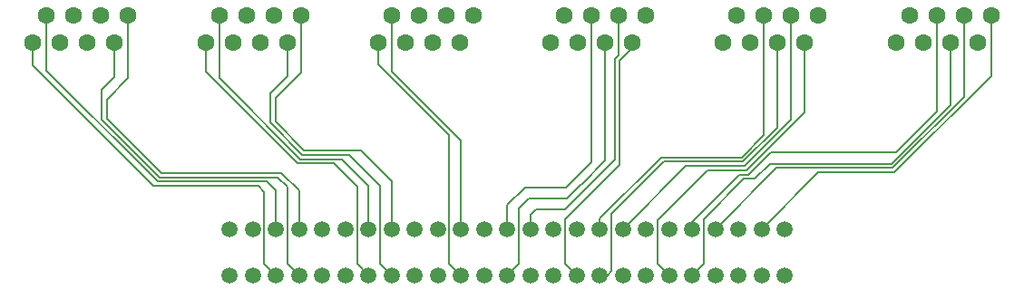
<source format=gtl>
G04 #@! TF.GenerationSoftware,KiCad,Pcbnew,8.0.1*
G04 #@! TF.CreationDate,2024-08-12T23:31:38+01:00*
G04 #@! TF.ProjectId,MICRO_TRUNK_6_MAIN,4d494352-4f5f-4545-9255-4e4b5f365f4d,rev?*
G04 #@! TF.SameCoordinates,Original*
G04 #@! TF.FileFunction,Copper,L1,Top*
G04 #@! TF.FilePolarity,Positive*
%FSLAX46Y46*%
G04 Gerber Fmt 4.6, Leading zero omitted, Abs format (unit mm)*
G04 Created by KiCad (PCBNEW 8.0.1) date 2024-08-12 23:31:38*
%MOMM*%
%LPD*%
G01*
G04 APERTURE LIST*
G04 #@! TA.AperFunction,ComponentPad*
%ADD10C,1.600000*%
G04 #@! TD*
G04 #@! TA.AperFunction,ComponentPad*
%ADD11C,1.500000*%
G04 #@! TD*
G04 #@! TA.AperFunction,Conductor*
%ADD12C,0.200000*%
G04 #@! TD*
G04 APERTURE END LIST*
D10*
X132091116Y-83228957D03*
X133361113Y-80688964D03*
X134631117Y-83228957D03*
X135901114Y-80688964D03*
X137171118Y-83228957D03*
X138441115Y-80688964D03*
X139711119Y-83228957D03*
X140981120Y-80688964D03*
D11*
X118216119Y-100679962D03*
X120376119Y-100679962D03*
X122536119Y-100679962D03*
X124696119Y-100679962D03*
X126856119Y-100679962D03*
X129016119Y-100679962D03*
X131176119Y-100679962D03*
X133336119Y-100679962D03*
X135496119Y-100679962D03*
X137656119Y-100679962D03*
X139816119Y-100679962D03*
X141976119Y-100679962D03*
X144136119Y-100679962D03*
X146296119Y-100679962D03*
X148456119Y-100679962D03*
X150616119Y-100679962D03*
X152776119Y-100679962D03*
X154936119Y-100679962D03*
X157096119Y-100679962D03*
X159256119Y-100679962D03*
X161416119Y-100679962D03*
X163576119Y-100679962D03*
X165736119Y-100679962D03*
X167896119Y-100679962D03*
X170056119Y-100679962D03*
X118216119Y-104969962D03*
X120376119Y-104969962D03*
X122536119Y-104969962D03*
X124696119Y-104969962D03*
X126856119Y-104969962D03*
X129016119Y-104969962D03*
X131176119Y-104969962D03*
X133336119Y-104969962D03*
X135496119Y-104969962D03*
X137656119Y-104969962D03*
X139816119Y-104969962D03*
X141976119Y-104969962D03*
X144136119Y-104969962D03*
X146296119Y-104969962D03*
X148456119Y-104969962D03*
X150616119Y-104969962D03*
X152776119Y-104969962D03*
X154936119Y-104969962D03*
X157096119Y-104969962D03*
X159256119Y-104969962D03*
X161416119Y-104969962D03*
X163576119Y-104969962D03*
X165736119Y-104969962D03*
X167896119Y-104969962D03*
X170056119Y-104969962D03*
D10*
X180421119Y-83228957D03*
X181691116Y-80688964D03*
X182961120Y-83228957D03*
X184231117Y-80688964D03*
X185501121Y-83228957D03*
X186771118Y-80688964D03*
X188041122Y-83228957D03*
X189311123Y-80688964D03*
X164311116Y-83228957D03*
X165581113Y-80688964D03*
X166851117Y-83228957D03*
X168121114Y-80688964D03*
X169391118Y-83228957D03*
X170661115Y-80688964D03*
X171931119Y-83228957D03*
X173201120Y-80688964D03*
X115981116Y-83228957D03*
X117251113Y-80688964D03*
X118521117Y-83228957D03*
X119791114Y-80688964D03*
X121061118Y-83228957D03*
X122331115Y-80688964D03*
X123601119Y-83228957D03*
X124871120Y-80688964D03*
X148201116Y-83228957D03*
X149471113Y-80688964D03*
X150741117Y-83228957D03*
X152011114Y-80688964D03*
X153281118Y-83228957D03*
X154551115Y-80688964D03*
X155821119Y-83228957D03*
X157091120Y-80688964D03*
X99871116Y-83228957D03*
X101141113Y-80688964D03*
X102411117Y-83228957D03*
X103681114Y-80688964D03*
X104951118Y-83228957D03*
X106221115Y-80688964D03*
X107491119Y-83228957D03*
X108761120Y-80688964D03*
D12*
X120900937Y-96634962D02*
X121450937Y-97184962D01*
X121450937Y-103884780D02*
X122536119Y-104969962D01*
X121450937Y-97184962D02*
X121450937Y-103884780D01*
X99871116Y-85365141D02*
X111140937Y-96634962D01*
X100390937Y-83248960D02*
X100370934Y-83228957D01*
X99871116Y-83228957D02*
X99871116Y-85365141D01*
X111140937Y-96634962D02*
X120900937Y-96634962D01*
X111540937Y-96234962D02*
X121720937Y-96234962D01*
X121720937Y-96234962D02*
X122536119Y-97050144D01*
X101141113Y-85835138D02*
X111540937Y-96234962D01*
X101141113Y-80688964D02*
X101141113Y-85835138D01*
X122536119Y-97050144D02*
X122536119Y-100679962D01*
X101100937Y-81228958D02*
X101640931Y-80688964D01*
X107491119Y-83228957D02*
X107491119Y-86484780D01*
X107491119Y-86484780D02*
X106290937Y-87684962D01*
X122710937Y-95834962D02*
X123610937Y-96734962D01*
X123610937Y-96734962D02*
X123610937Y-103884780D01*
X106290937Y-87684962D02*
X106290937Y-90419276D01*
X106290937Y-90419276D02*
X111706623Y-95834962D01*
X123610937Y-103884780D02*
X124696119Y-104969962D01*
X111706623Y-95834962D02*
X122710937Y-95834962D01*
X124696119Y-97060144D02*
X124696119Y-100679962D01*
X108760937Y-86114962D02*
X108760937Y-86574962D01*
X106760937Y-88574962D02*
X106760937Y-90323590D01*
X111872309Y-95434962D02*
X123070937Y-95434962D01*
X123070937Y-95434962D02*
X124696119Y-97060144D01*
X108761120Y-80688964D02*
X108761120Y-86114779D01*
X108761120Y-86114779D02*
X108760937Y-86114962D01*
X106760937Y-90323590D02*
X111872309Y-95434962D01*
X108760937Y-86574962D02*
X106760937Y-88574962D01*
X133340937Y-96214962D02*
X133340937Y-96634962D01*
X122490937Y-90653590D02*
X125192309Y-93354962D01*
X125192309Y-93354962D02*
X130480937Y-93354962D01*
X130480937Y-93354962D02*
X133340937Y-96214962D01*
X124871120Y-86054779D02*
X122490937Y-88434962D01*
X122490937Y-88434962D02*
X122490937Y-90653590D01*
X124871120Y-80688964D02*
X124871120Y-86054779D01*
X133336119Y-96639780D02*
X133336119Y-100679962D01*
X133340937Y-96634962D02*
X133336119Y-96639780D01*
X115981116Y-85945141D02*
X124590937Y-94554962D01*
X116500937Y-83248960D02*
X116480934Y-83228957D01*
X115981116Y-83228957D02*
X115981116Y-85945141D01*
X124590937Y-94554962D02*
X127990937Y-94554962D01*
X130110937Y-103904780D02*
X131176119Y-104969962D01*
X130110937Y-96674962D02*
X130110937Y-103904780D01*
X127990937Y-94554962D02*
X130110937Y-96674962D01*
X122010937Y-87964962D02*
X122010937Y-90739276D01*
X122010937Y-90739276D02*
X125026623Y-93754962D01*
X123601119Y-86365144D02*
X123605937Y-86369962D01*
X129410937Y-93754962D02*
X132268359Y-96612384D01*
X132268359Y-103902202D02*
X133336119Y-104969962D01*
X123605937Y-86369962D02*
X122010937Y-87964962D01*
X123601119Y-83228957D02*
X123601119Y-86365144D01*
X132268359Y-96612384D02*
X132268359Y-103902202D01*
X125026623Y-93754962D02*
X129410937Y-93754962D01*
X132091116Y-83228957D02*
X132091116Y-85270826D01*
X132091116Y-85270826D02*
X138740937Y-91920647D01*
X138740937Y-91920647D02*
X138740937Y-103894780D01*
X138740937Y-103894780D02*
X139816119Y-104969962D01*
X133340937Y-80709140D02*
X133361113Y-80688964D01*
X139816119Y-92430144D02*
X133340937Y-85954962D01*
X133340937Y-85954962D02*
X133340937Y-80709140D01*
X133280937Y-81268958D02*
X133860931Y-80688964D01*
X139816119Y-100679962D02*
X139816119Y-92430144D01*
X155821119Y-83228957D02*
X155821119Y-83728775D01*
X154580937Y-84968957D02*
X154580937Y-94704962D01*
X154580937Y-94704962D02*
X149560937Y-99724962D01*
X149560937Y-99724962D02*
X149560937Y-103914780D01*
X155821119Y-83728775D02*
X154580937Y-84968957D01*
X149560937Y-103914780D02*
X150616119Y-104969962D01*
X146296119Y-99359780D02*
X146296119Y-100679962D01*
X154551115Y-80688964D02*
X154551115Y-84393449D01*
X154570937Y-81168960D02*
X155050933Y-80688964D01*
X154570937Y-84413271D02*
X154180937Y-84803271D01*
X154551115Y-84393449D02*
X154570937Y-84413271D01*
X149570937Y-98794962D02*
X146860937Y-98794962D01*
X154180937Y-94184962D02*
X149570937Y-98794962D01*
X154180937Y-84803271D02*
X154180937Y-94184962D01*
X146860937Y-98794962D02*
X146296119Y-99359780D01*
X144136119Y-98439780D02*
X144136119Y-100679962D01*
X152050937Y-81148959D02*
X152510932Y-80688964D01*
X152011114Y-80688964D02*
X152011114Y-94409099D01*
X152011114Y-94409099D02*
X151345251Y-95074962D01*
X149620937Y-96784962D02*
X145790937Y-96784962D01*
X145790937Y-96784962D02*
X144136119Y-98439780D01*
X151345251Y-95074962D02*
X151330937Y-95074962D01*
X151330937Y-95074962D02*
X149620937Y-96784962D01*
X145220937Y-103885144D02*
X144136119Y-104969962D01*
X145220937Y-98744962D02*
X145220937Y-103885144D01*
X151108308Y-96457591D02*
X151060937Y-96457591D01*
X151060937Y-96457591D02*
X149733566Y-97784962D01*
X153281118Y-83228957D02*
X153281118Y-94284781D01*
X153281118Y-94284781D02*
X151108308Y-96457591D01*
X146180937Y-97784962D02*
X145220937Y-98744962D01*
X149733566Y-97784962D02*
X146180937Y-97784962D01*
X166011291Y-93984962D02*
X158480937Y-93984962D01*
X158480937Y-93984962D02*
X152776119Y-99689780D01*
X168121114Y-91875139D02*
X166011291Y-93984962D01*
X152776119Y-99689780D02*
X152776119Y-100679962D01*
X168130937Y-81178959D02*
X168620932Y-80688964D01*
X168121114Y-80688964D02*
X168121114Y-91875139D01*
X160831119Y-94784962D02*
X154936119Y-100679962D01*
X170661115Y-80688964D02*
X170661115Y-90466510D01*
X170661115Y-90466510D02*
X166342663Y-94784962D01*
X166342663Y-94784962D02*
X160831119Y-94784962D01*
X170673869Y-81176028D02*
X171160933Y-80688964D01*
X158181878Y-99834021D02*
X158181878Y-103895721D01*
X171931119Y-83228957D02*
X171931119Y-89762192D01*
X171931119Y-89762192D02*
X166508349Y-95184962D01*
X158181878Y-103895721D02*
X159256119Y-104969962D01*
X166508349Y-95184962D02*
X162830937Y-95184962D01*
X162830937Y-95184962D02*
X158181878Y-99834021D01*
X153886119Y-99259781D02*
X153886119Y-104579780D01*
X169391118Y-83228957D02*
X169391118Y-91170821D01*
X153886119Y-104579780D02*
X153495937Y-104969962D01*
X153495937Y-104969962D02*
X152776119Y-104969962D01*
X169391118Y-91170821D02*
X166176977Y-94384962D01*
X166176977Y-94384962D02*
X158760938Y-94384962D01*
X158760938Y-94384962D02*
X153886119Y-99259781D01*
X185501121Y-89053406D02*
X179979565Y-94574962D01*
X162490937Y-99744962D02*
X162490937Y-103895144D01*
X166250937Y-95984962D02*
X162490937Y-99744962D01*
X185501121Y-83228957D02*
X185501121Y-89053406D01*
X167246623Y-95984962D02*
X166250937Y-95984962D01*
X162490937Y-103895144D02*
X161416119Y-104969962D01*
X179979565Y-94574962D02*
X168656623Y-94574962D01*
X168656623Y-94574962D02*
X167246623Y-95984962D01*
X166674035Y-95584962D02*
X165830937Y-95584962D01*
X168734035Y-93524962D02*
X166674035Y-95584962D01*
X184270937Y-81148962D02*
X184730935Y-80688964D01*
X184231117Y-80688964D02*
X184270937Y-80728784D01*
X161416119Y-99999780D02*
X161416119Y-100679962D01*
X184270937Y-89717904D02*
X180469565Y-93519276D01*
X168833681Y-93524962D02*
X168734035Y-93524962D01*
X165830937Y-95584962D02*
X161416119Y-99999780D01*
X180469565Y-93519276D02*
X168839366Y-93519276D01*
X168839366Y-93519276D02*
X168833681Y-93524962D01*
X184270937Y-80728784D02*
X184270937Y-89717904D01*
X189311123Y-86374776D02*
X180310937Y-95374962D01*
X180310937Y-95374962D02*
X173201119Y-95374962D01*
X173201119Y-95374962D02*
X167896119Y-100679962D01*
X189311123Y-80688964D02*
X189311123Y-86374776D01*
X186730937Y-81228963D02*
X187270936Y-80688964D01*
X186771118Y-88349095D02*
X186771118Y-80688964D01*
X163576119Y-100679962D02*
X169281119Y-94974962D01*
X169281119Y-94974962D02*
X180145251Y-94974962D01*
X180145251Y-94974962D02*
X186771118Y-88349095D01*
X117251113Y-80688964D02*
X117251113Y-86545138D01*
X124860937Y-94154962D02*
X128720937Y-94154962D01*
X117290937Y-81148958D02*
X117750931Y-80688964D01*
X117251113Y-86545138D02*
X124860937Y-94154962D01*
X128720937Y-94154962D02*
X131180937Y-96614962D01*
X131180937Y-96614962D02*
X131180937Y-97004962D01*
X131180937Y-97004962D02*
X131176119Y-97009780D01*
X131176119Y-97009780D02*
X131176119Y-100679962D01*
M02*

</source>
